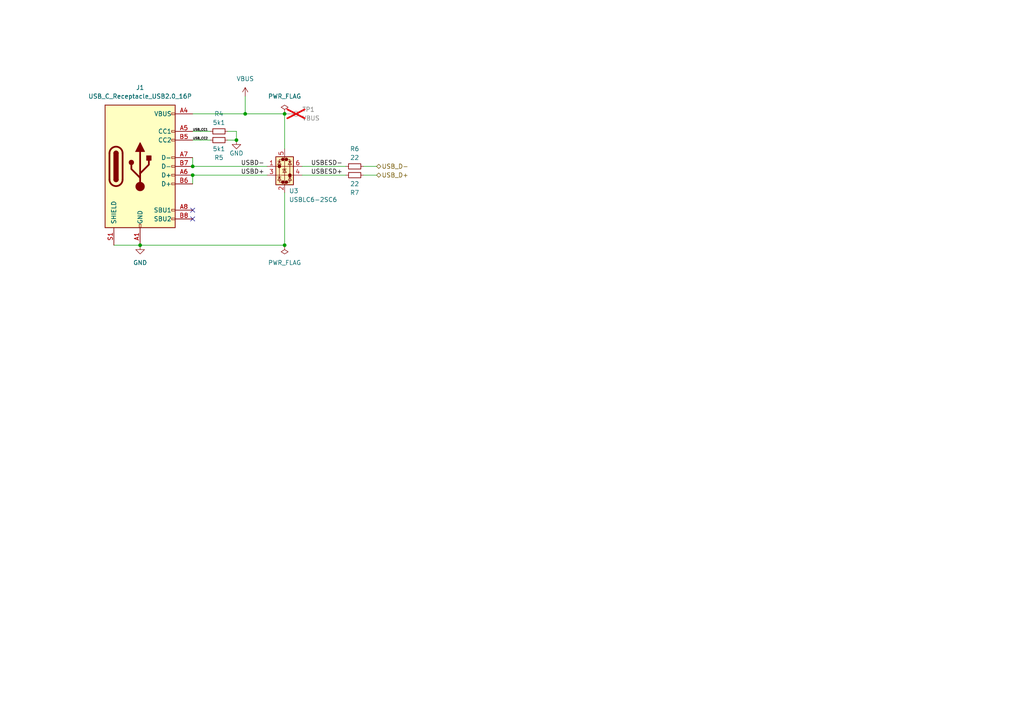
<source format=kicad_sch>
(kicad_sch (version 20231120) (generator "eeschema") (generator_version "8.0")
  (paper "A4")
  (lib_symbols
    (symbol "Connector:TestPoint" (pin_numbers hide) (pin_names (offset 0.762) hide)
      (property "Reference" "TP" (at 0 6.858 0))
      (property "Value" "TestPoint" (at 0 5.08 0))
      (symbol "TestPoint_0_1"
        (circle (center 0 3.302) (radius 0.762))
      )
      (symbol "TestPoint_1_1"
        (pin passive line (at 0 0 90) (length 2.54) (name "1") (number "1"))
      )
    )
    (symbol "Connector:USB_C_Receptacle_USB2.0_16P" (pin_names (offset 1.016))
      (property "Reference" "J" (at 0 22.225 0))
      (property "Value" "USB_C_Receptacle_USB2.0_16P" (at 0 19.685 0))
      (symbol "USB_C_Receptacle_USB2.0_16P_0_0"
        (rectangle (start -0.254 -17.78) (end 0.254 -16.764))
        (rectangle (start 10.16 -14.986) (end 9.144 -15.494))
        (rectangle (start 10.16 -12.446) (end 9.144 -12.954))
        (rectangle (start 10.16 -4.826) (end 9.144 -5.334))
        (rectangle (start 10.16 -2.286) (end 9.144 -2.794))
        (rectangle (start 10.16 0.254) (end 9.144 -0.254))
        (rectangle (start 10.16 2.794) (end 9.144 2.286))
        (rectangle (start 10.16 7.874) (end 9.144 7.366))
        (rectangle (start 10.16 10.414) (end 9.144 9.906))
        (rectangle (start 10.16 15.494) (end 9.144 14.986))
      )
      (symbol "USB_C_Receptacle_USB2.0_16P_0_1"
        (rectangle (start -10.16 17.78) (end 10.16 -17.78) (stroke (width 0.254)) (fill (type background)))
        (arc (start -8.89 -3.81) (mid -6.985 -5.7067) (end -5.08 -3.81) (stroke (width 0.508)))
        (arc (start -7.62 -3.81) (mid -6.985 -4.4423) (end -6.35 -3.81) (stroke (width 0.254)))
        (arc (start -7.62 -3.81) (mid -6.985 -4.4423) (end -6.35 -3.81) (stroke (width 0.254)) (fill (type outline)))
        (rectangle (start -7.62 -3.81) (end -6.35 3.81) (stroke (width 0.254)) (fill (type outline)))
        (arc (start -6.35 3.81) (mid -6.985 4.4423) (end -7.62 3.81) (stroke (width 0.254)))
        (arc (start -6.35 3.81) (mid -6.985 4.4423) (end -7.62 3.81) (stroke (width 0.254)) (fill (type outline)))
        (arc (start -5.08 3.81) (mid -6.985 5.7067) (end -8.89 3.81) (stroke (width 0.508)))
        (circle (center -2.54 1.143) (radius 0.635) (stroke (width 0.254)) (fill (type outline)))
        (circle (center 0 -5.842) (radius 1.27) (fill (type outline)))
        (polyline (pts (xy -8.89 -3.81) (xy -8.89 3.81)) (stroke (width 0.508)))
        (polyline (pts (xy -5.08 3.81) (xy -5.08 -3.81)) (stroke (width 0.508)))
        (polyline (pts (xy 0 -5.842) (xy 0 4.318)) (stroke (width 0.508)))
        (polyline (pts (xy 0 -3.302) (xy -2.54 -0.762) (xy -2.54 0.508)) (stroke (width 0.508)))
        (polyline (pts (xy 0 -2.032) (xy 2.54 0.508) (xy 2.54 1.778)) (stroke (width 0.508)))
        (polyline (pts (xy -1.27 4.318) (xy 0 6.858) (xy 1.27 4.318) (xy -1.27 4.318)) (stroke (width 0.254)) (fill (type outline)))
        (rectangle (start 1.905 1.778) (end 3.175 3.048) (stroke (width 0.254)) (fill (type outline)))
      )
      (symbol "USB_C_Receptacle_USB2.0_16P_1_1"
        (pin passive line (at 0 -22.86 90) (length 5.08) (name "GND") (number "A1"))
        (pin passive line (at 0 -22.86 90) (length 5.08) hide (name "GND") (number "A12"))
        (pin passive line (at 15.24 15.24 180) (length 5.08) (name "VBUS") (number "A4"))
        (pin bidirectional line (at 15.24 10.16 180) (length 5.08) (name "CC1") (number "A5"))
        (pin bidirectional line (at 15.24 -2.54 180) (length 5.08) (name "D+") (number "A6"))
        (pin bidirectional line (at 15.24 2.54 180) (length 5.08) (name "D-") (number "A7"))
        (pin bidirectional line (at 15.24 -12.7 180) (length 5.08) (name "SBU1") (number "A8"))
        (pin passive line (at 15.24 15.24 180) (length 5.08) hide (name "VBUS") (number "A9"))
        (pin passive line (at 0 -22.86 90) (length 5.08) hide (name "GND") (number "B1"))
        (pin passive line (at 0 -22.86 90) (length 5.08) hide (name "GND") (number "B12"))
        (pin passive line (at 15.24 15.24 180) (length 5.08) hide (name "VBUS") (number "B4"))
        (pin bidirectional line (at 15.24 7.62 180) (length 5.08) (name "CC2") (number "B5"))
        (pin bidirectional line (at 15.24 -5.08 180) (length 5.08) (name "D+") (number "B6"))
        (pin bidirectional line (at 15.24 0 180) (length 5.08) (name "D-") (number "B7"))
        (pin bidirectional line (at 15.24 -15.24 180) (length 5.08) (name "SBU2") (number "B8"))
        (pin passive line (at 15.24 15.24 180) (length 5.08) hide (name "VBUS") (number "B9"))
        (pin passive line (at -7.62 -22.86 90) (length 5.08) (name "SHIELD") (number "S1"))
      )
    )
    (symbol "Device:R_Small" (pin_numbers hide) (pin_names (offset 0.254) hide)
      (property "Reference" "R" (at 0.762 0.508 0))
      (property "Value" "R_Small" (at 0.762 -1.016 0))
      (symbol "R_Small_0_1"
        (rectangle (start -0.762 1.778) (end 0.762 -1.778) (stroke (width 0.2032)))
      )
      (symbol "R_Small_1_1"
        (pin passive line (at 0 2.54 270) (length 0.762) (name "~") (number "1"))
        (pin passive line (at 0 -2.54 90) (length 0.762) (name "~") (number "2"))
      )
    )
    (symbol "Power_Protection:USBLC6-2SC6" (pin_names hide)
      (property "Reference" "U" (at 0.635 5.715 0))
      (property "Value" "USBLC6-2SC6" (at 0.635 3.81 0))
      (symbol "USBLC6-2SC6_0_0"
        (circle (center -1.524 0) (radius 0.0001) (stroke (width 0.508)))
        (circle (center -0.508 -4.572) (radius 0.0001) (stroke (width 0.508)))
        (circle (center -0.508 2.032) (radius 0.0001) (stroke (width 0.508)))
        (circle (center 0.508 -4.572) (radius 0.0001) (stroke (width 0.508)))
        (circle (center 0.508 2.032) (radius 0.0001) (stroke (width 0.508)))
        (circle (center 1.524 -2.54) (radius 0.0001) (stroke (width 0.508)))
      )
      (symbol "USBLC6-2SC6_0_1"
        (polyline (pts (xy -2.54 -2.54) (xy 2.54 -2.54)))
        (polyline (pts (xy -2.54 0) (xy 2.54 0)))
        (polyline (pts (xy -2.032 -3.048) (xy -1.016 -3.048)))
        (polyline (pts (xy -1.016 1.524) (xy -2.032 1.524)))
        (polyline (pts (xy 1.016 -3.048) (xy 2.032 -3.048)))
        (polyline (pts (xy 1.016 1.524) (xy 2.032 1.524)))
        (polyline (pts (xy -0.508 -1.143) (xy -0.508 -0.762) (xy 0.508 -0.762)))
        (polyline (pts (xy -2.032 0.508) (xy -1.016 0.508) (xy -1.524 1.524) (xy -2.032 0.508)))
        (polyline (pts (xy -1.016 -4.064) (xy -2.032 -4.064) (xy -1.524 -3.048) (xy -1.016 -4.064)))
        (polyline (pts (xy 0.508 -1.778) (xy -0.508 -1.778) (xy 0 -0.762) (xy 0.508 -1.778)))
        (polyline (pts (xy 2.032 -4.064) (xy 1.016 -4.064) (xy 1.524 -3.048) (xy 2.032 -4.064)))
        (polyline (pts (xy 2.032 0.508) (xy 1.016 0.508) (xy 1.524 1.524) (xy 2.032 0.508)))
        (polyline (pts (xy 0 2.54) (xy -0.508 2.032) (xy 0.508 2.032) (xy 0 1.524) (xy 0 -4.064) (xy -0.508 -4.572) (xy 0.508 -4.572) (xy 0 -5.08)))
      )
      (symbol "USBLC6-2SC6_1_1"
        (rectangle (start -2.54 2.794) (end 2.54 -5.334) (stroke (width 0.254)) (fill (type background)))
        (polyline (pts (xy -0.508 2.032) (xy -1.524 2.032) (xy -1.524 -4.572) (xy -0.508 -4.572)))
        (polyline (pts (xy 0.508 -4.572) (xy 1.524 -4.572) (xy 1.524 2.032) (xy 0.508 2.032)))
        (pin passive line (at -5.08 0 0) (length 2.54) (name "I/O1") (number "1"))
        (pin passive line (at 0 -7.62 90) (length 2.54) (name "GND") (number "2"))
        (pin passive line (at -5.08 -2.54 0) (length 2.54) (name "I/O2") (number "3"))
        (pin passive line (at 5.08 -2.54 180) (length 2.54) (name "I/O2") (number "4"))
        (pin passive line (at 0 5.08 270) (length 2.54) (name "VBUS") (number "5"))
        (pin passive line (at 5.08 0 180) (length 2.54) (name "I/O1") (number "6"))
      )
    )
    (symbol "power:GND" (power) (pin_numbers hide) (pin_names (offset 0) hide)
      (property "Value" "GND" (at 0 -3.81 0))
      (symbol "GND_0_1"
        (polyline (pts (xy 0 0) (xy 0 -1.27) (xy 1.27 -1.27) (xy 0 -2.54) (xy -1.27 -1.27) (xy 0 -1.27)))
      )
      (symbol "GND_1_1"
        (pin power_in line (at 0 0 270) (length 0) (name "~") (number "1"))
      )
    )
    (symbol "power:PWR_FLAG" (power) (pin_numbers hide) (pin_names (offset 0) hide)
      (property "Value" "PWR_FLAG" (at 0 3.81 0))
      (symbol "PWR_FLAG_0_0"
        (pin power_out line (at 0 0 90) (length 0) (name "~") (number "1"))
      )
      (symbol "PWR_FLAG_0_1"
        (polyline (pts (xy 0 0) (xy 0 1.27) (xy -1.016 1.905) (xy 0 2.54) (xy 1.016 1.905) (xy 0 1.27)))
      )
    )
    (symbol "power:VBUS" (power) (pin_numbers hide) (pin_names (offset 0) hide)
      (property "Value" "VBUS" (at 0 3.556 0))
      (symbol "VBUS_0_1"
        (polyline (pts (xy -0.762 1.27) (xy 0 2.54)))
        (polyline (pts (xy 0 0) (xy 0 2.54)))
        (polyline (pts (xy 0 2.54) (xy 0.762 1.27)))
      )
      (symbol "VBUS_1_1"
        (pin power_in line (at 0 0 90) (length 0) (name "~") (number "1"))
      )
    )
  )
  (junction (at 55.88 50.8))
  (junction (at 68.58 40.64))
  (junction (at 82.55 33.02))
  (junction (at 71.12 33.02))
  (junction (at 55.88 48.26))
  (junction (at 82.55 71.12))
  (junction (at 40.64 71.12))
  (no_connect (at 55.88 63.5))
  (no_connect (at 55.88 60.96))
  (wire (pts (xy 68.58 38.1) (xy 68.58 40.64)))
  (wire (pts (xy 55.88 40.64) (xy 60.96 40.64)))
  (wire (pts (xy 82.55 55.88) (xy 82.55 71.12)))
  (wire (pts (xy 55.88 50.8) (xy 77.47 50.8)))
  (wire (pts (xy 55.88 50.8) (xy 55.88 53.34)))
  (wire (pts (xy 82.55 33.02) (xy 82.55 43.18)))
  (wire (pts (xy 55.88 38.1) (xy 60.96 38.1)))
  (wire (pts (xy 40.64 71.12) (xy 82.55 71.12)))
  (wire (pts (xy 100.33 50.8) (xy 87.63 50.8)))
  (wire (pts (xy 55.88 48.26) (xy 77.47 48.26)))
  (wire (pts (xy 66.04 40.64) (xy 68.58 40.64)))
  (wire (pts (xy 100.33 48.26) (xy 87.63 48.26)))
  (wire (pts (xy 66.04 38.1) (xy 68.58 38.1)))
  (wire (pts (xy 33.02 71.12) (xy 40.64 71.12)))
  (wire (pts (xy 55.88 45.72) (xy 55.88 48.26)))
  (wire (pts (xy 55.88 33.02) (xy 71.12 33.02)))
  (wire (pts (xy 71.12 33.02) (xy 82.55 33.02)))
  (wire (pts (xy 71.12 27.94) (xy 71.12 33.02)))
  (wire (pts (xy 105.41 50.8) (xy 109.22 50.8)))
  (wire (pts (xy 105.41 48.26) (xy 109.22 48.26)))
  (label "USBD-" (at 69.85 48.26 0))
  (label "USB_CC1" (at 55.88 38.1 0) (effects (font (size 0.635 0.635))))
  (label "USBESD-" (at 90.17 48.26 0))
  (label "USBD+" (at 69.85 50.8 0))
  (label "USB_CC2" (at 55.88 40.64 0) (effects (font (size 0.635 0.635))))
  (label "USBESD+" (at 90.17 50.8 0))
  (hierarchical_label "USB_D+" (shape bidirectional) (at 109.22 50.8 0))
  (hierarchical_label "USB_D-" (shape bidirectional) (at 109.22 48.26 0))
  (symbol (lib_id "power:VBUS") (at 71.12 27.94 0) (unit 1)
    (property "Reference" "#PWR014" (effects (hide yes)))
    (property "Value" "VBUS" (at 71.12 22.86 0))
    (property "Description" "Power symbol creates a global label with name \"VBUS\"" (effects (hide yes)))
  )
  (symbol (lib_id "power:GND") (at 68.58 40.64 0) (unit 1)
    (property "Reference" "#PWR015" (effects (hide yes)))
    (property "Value" "GND" (at 68.58 44.45 0))
    (property "Description" "Power symbol creates a global label with name \"GND\" , ground" (effects (hide yes)))
  )
  (symbol (lib_id "power:PWR_FLAG") (at 82.55 33.02 0) (unit 1)
    (property "Reference" "#FLG01" (effects (hide yes)))
    (property "Value" "PWR_FLAG" (at 82.55 27.94 0))
    (property "Description" "Special symbol for telling ERC where power comes from" (effects (hide yes)))
  )
  (symbol (lib_id "power:GND") (at 40.64 71.12 0) (unit 1)
    (property "Reference" "#PWR016" (effects (hide yes)))
    (property "Value" "GND" (at 40.64 76.2 0))
    (property "Description" "Power symbol creates a global label with name \"GND\" , ground" (effects (hide yes)))
  )
  (symbol (lib_id "Power_Protection:USBLC6-2SC6") (at 82.55 48.26 0) (unit 1)
    (property "Reference" "U3" (at 83.82 55.372 0) (effects (justify left)))
    (property "Value" "USBLC6-2SC6" (at 83.82 57.912 0) (effects (justify left)))
    (property "Footprint" "Package_TO_SOT_SMD:SOT-23-6" (effects (hide yes)))
    (property "Datasheet" "https://www.st.com/resource/en/datasheet/usblc6-2.pdf" (effects (hide yes)))
    (property "Description" "Very low capacitance ESD protection diode, 2 data-line, SOT-23-6" (effects (hide yes)))
    (property "LCSC" "C7519" (effects (hide yes)))
  )
  (symbol (lib_id "Device:R_Small") (at 102.87 48.26 90) (unit 1)
    (property "Reference" "R6" (at 102.87 43.18 90))
    (property "Value" "22" (at 102.87 45.72 90))
    (property "Footprint" "Resistor_SMD:R_0402_1005Metric" (effects (hide yes)))
    (property "Description" "Resistor, small symbol" (effects (hide yes)))
    (property "LCSC" "C25092" (effects (hide yes)))
  )
  (symbol (lib_id "Device:R_Small") (at 63.5 38.1 90) (unit 1)
    (property "Reference" "R4" (at 63.5 33.02 90))
    (property "Value" "5k1" (at 63.5 35.56 90))
    (property "Footprint" "Resistor_SMD:R_0402_1005Metric" (effects (hide yes)))
    (property "Description" "Resistor, small symbol" (effects (hide yes)))
    (property "LCSC" "C25905" (effects (hide yes)))
  )
  (symbol (lib_id "Device:R_Small") (at 63.5 40.64 90) (mirror x) (unit 1)
    (property "Reference" "R5" (at 63.5 45.72 90))
    (property "Value" "5k1" (at 63.5 43.18 90))
    (property "Footprint" "Resistor_SMD:R_0402_1005Metric" (effects (hide yes)))
    (property "Description" "Resistor, small symbol" (effects (hide yes)))
    (property "LCSC" "C25905" (effects (hide yes)))
  )
  (symbol (lib_id "Device:R_Small") (at 102.87 50.8 90) (mirror x) (unit 1)
    (property "Reference" "R7" (at 102.87 55.88 90))
    (property "Value" "22" (at 102.87 53.34 90))
    (property "Footprint" "Resistor_SMD:R_0402_1005Metric" (effects (hide yes)))
    (property "Description" "Resistor, small symbol" (effects (hide yes)))
    (property "LCSC" "C25092" (effects (hide yes)))
  )
  (symbol (lib_id "Connector:TestPoint") (at 82.55 33.02 270) (unit 1) (dnp yes)
    (property "Reference" "TP1" (at 87.63 31.7499 90) (effects (justify left)))
    (property "Value" "VBUS" (at 87.63 34.2899 90) (effects (justify left)))
    (property "Footprint" "TestPoint:TestPoint_Pad_D1.0mm" (effects (hide yes)))
    (property "Description" "test point" (effects (hide yes)))
  )
  (symbol (lib_id "Connector:USB_C_Receptacle_USB2.0_16P") (at 40.64 48.26 0) (unit 1)
    (property "Reference" "J1" (at 40.64 25.4 0))
    (property "Value" "USB_C_Receptacle_USB2.0_16P" (at 40.64 27.94 0))
    (property "Footprint" "Connector_USB:USB_C_Receptacle_HRO_TYPE-C-31-M-12" (effects (hide yes)))
    (property "Datasheet" "https://www.usb.org/sites/default/files/documents/usb_type-c.zip" (effects (hide yes)))
    (property "Description" "USB 2.0-only 16P Type-C Receptacle connector" (effects (hide yes)))
    (property "LCSC" "C393939" (effects (hide yes)))
  )
  (symbol (lib_id "power:PWR_FLAG") (at 82.55 71.12 180) (unit 1)
    (property "Reference" "#FLG02" (effects (hide yes)))
    (property "Value" "PWR_FLAG" (at 82.55 76.2 0))
    (property "Description" "Special symbol for telling ERC where power comes from" (effects (hide yes)))
  )
)
</source>
